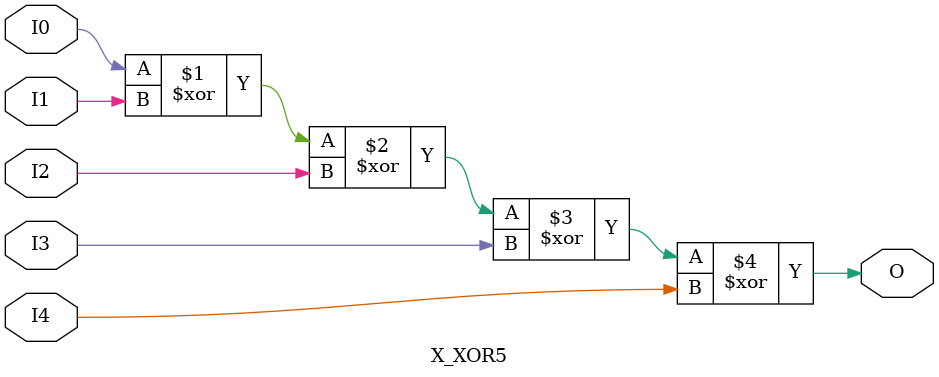
<source format=v>

`celldefine
`timescale 1 ps/1 ps

module X_XOR5 (O, I0, I1, I2, I3, I4);

  output O;
  input I0, I1, I2, I3, I4;
  parameter LOC = "UNPLACED";
  xor (O, I0, I1, I2, I3, I4);

endmodule

</source>
